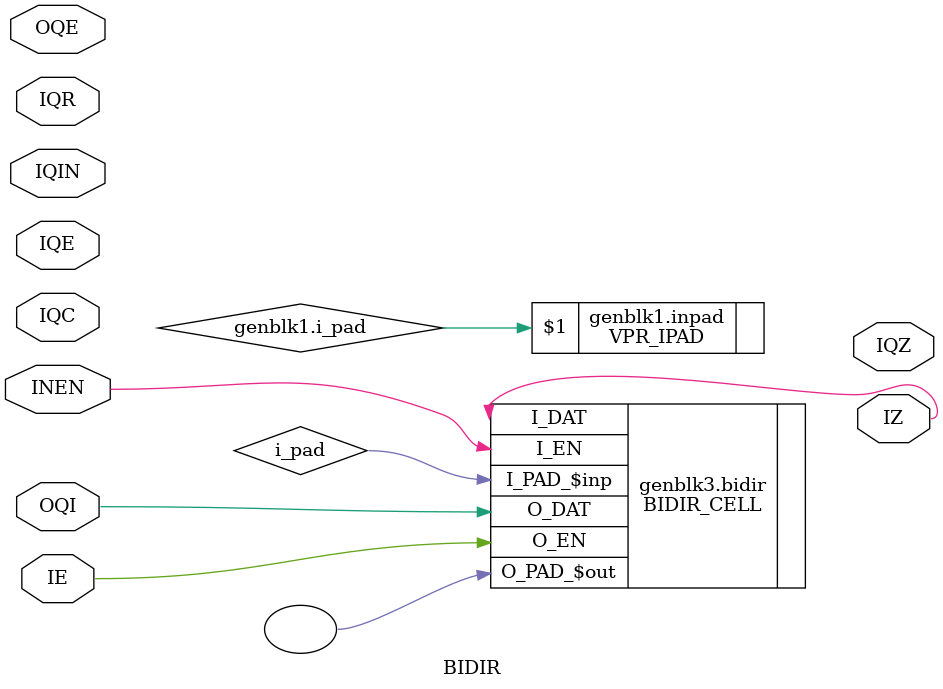
<source format=v>
`include "../vpr_pad/vpr_ipad.sim.v"
`include "../vpr_pad/vpr_opad.sim.v"
`include "./bidir_cell.sim.v"

(* MODES="INPUT;OUTPUT;INOUT" *)
module BIDIR(
    input  wire IE,
    (* CLOCK *)
    (* clkbuf_sink *)
    input  wire IQC,
    input  wire OQI,
    input  wire OQE,
    input  wire IQE,
    input  wire IQR,
    input  wire INEN,
    input  wire IQIN,
    output wire IZ,
    output wire IQZ
);

    parameter MODE = "INPUT";

    // Input mode
    generate if (MODE == "INPUT") begin

        (* pack="IPAD_TO_BIDIR" *)
        wire i_pad;

        (* keep *)
        VPR_IPAD inpad(i_pad);

    // Output mode
    end else if (MODE == "OUTPUT") begin

        (* pack="BIDIR_TO_OPAD" *)
        wire o_pad;

        (* keep *)
        VPR_OPAD outpad(o_pad);

    // InOut mode
    end if (MODE == "INOUT") begin

        (* pack="IOPAD_TO_BIDIR" *)
        wire i_pad;

        (* pack="IOPAD_TO_BIDIR" *)
        wire o_pad;

        (* keep *)
        VPR_IPAD inpad(i_pad);

        (* keep *)
        VPR_OPAD outpad(o_pad);

    end endgenerate

    // IO buffer
    generate if (MODE == "INPUT") begin

        (* keep *)
        (* FASM_PREFIX="INTERFACE.BIDIR" *)
        BIDIR_CELL bidir(
            .I_PAD_$inp(i_pad),
            .I_DAT(IZ),
            .I_EN (INEN),
            .O_PAD_$out(),
            .O_DAT(OQI),
            .O_EN (IE)
        );

    end else if (MODE == "OUTPUT") begin

        (* keep *)
        (* FASM_PREFIX="INTERFACE.BIDIR" *)
        BIDIR_CELL bidir(
            .I_PAD_$inp(),
            .I_DAT(IZ),
            .I_EN (INEN),
            .O_PAD_$out(o_pad),
            .O_DAT(OQI),
            .O_EN (IE)
        );

    end else if (MODE == "INOUT") begin

        (* keep *)
        (* FASM_PREFIX="INTERFACE.BIDIR" *)
        BIDIR_CELL bidir(
            .I_PAD_$inp(i_pad),
            .I_DAT(IZ),
            .I_EN (INEN),
            .O_PAD_$out(o_pad),
            .O_DAT(OQI),
            .O_EN (IE)
        );

    end endgenerate

endmodule

</source>
